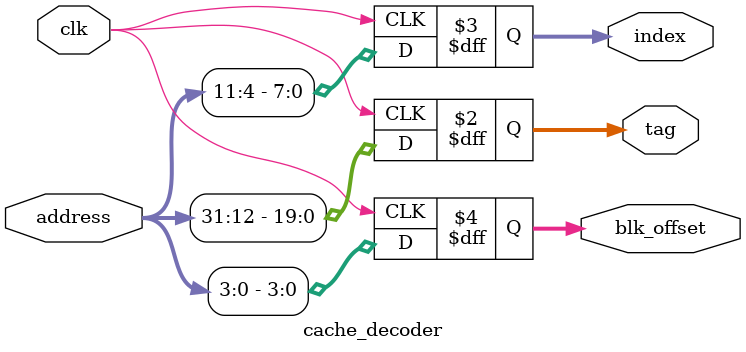
<source format=v>
module cache_decoder(clk, address, tag, index, blk_offset);
    input clk;
    input [31:0] address;

    output [19:0] tag;
    output [7:0] index;
    output [3:0] blk_offset;

    always@(posedge clk)
        begin
            tag <= address[31:12];
            index <= address[11:4];
            blk_offset <= address[3:0];
        end
endmodule
</source>
